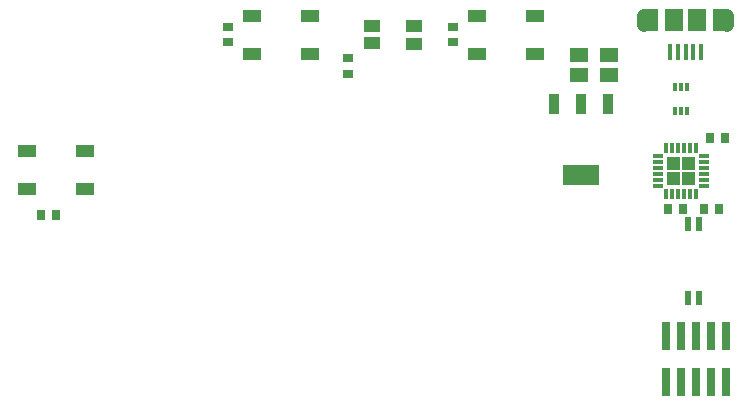
<source format=gbr>
G04 EAGLE Gerber RS-274X export*
G75*
%MOMM*%
%FSLAX34Y34*%
%LPD*%
%INSolderpaste Bottom*%
%IPPOS*%
%AMOC8*
5,1,8,0,0,1.08239X$1,22.5*%
G01*
%ADD10R,1.500000X1.000000*%
%ADD11R,0.900000X0.700000*%
%ADD12R,0.812800X0.304800*%
%ADD13R,0.304800X0.812800*%
%ADD14R,0.700000X0.900000*%
%ADD15R,1.400000X1.050000*%
%ADD16R,1.500000X1.300000*%
%ADD17R,0.406400X1.346200*%
%ADD18R,1.498600X1.905000*%
%ADD19C,1.193800*%
%ADD20R,1.200506X1.905000*%
%ADD21R,0.850800X1.761200*%
%ADD22R,3.150800X1.761200*%
%ADD23R,0.330200X0.762000*%
%ADD24R,0.600000X1.200000*%
%ADD25R,0.762000X2.387600*%

G36*
X579392Y253605D02*
X579392Y253605D01*
X579394Y253604D01*
X579437Y253624D01*
X579481Y253642D01*
X579481Y253644D01*
X579483Y253645D01*
X579516Y253730D01*
X579516Y264684D01*
X579515Y264686D01*
X579516Y264688D01*
X579496Y264731D01*
X579478Y264775D01*
X579476Y264775D01*
X579475Y264777D01*
X579390Y264810D01*
X568436Y264810D01*
X568434Y264809D01*
X568432Y264810D01*
X568389Y264790D01*
X568345Y264772D01*
X568345Y264770D01*
X568343Y264769D01*
X568310Y264684D01*
X568310Y253730D01*
X568311Y253728D01*
X568310Y253726D01*
X568330Y253683D01*
X568348Y253639D01*
X568350Y253639D01*
X568351Y253637D01*
X568436Y253604D01*
X579390Y253604D01*
X579392Y253605D01*
G37*
G36*
X592346Y253605D02*
X592346Y253605D01*
X592348Y253604D01*
X592391Y253624D01*
X592435Y253642D01*
X592435Y253644D01*
X592437Y253645D01*
X592470Y253730D01*
X592470Y264684D01*
X592469Y264686D01*
X592470Y264688D01*
X592450Y264731D01*
X592432Y264775D01*
X592430Y264775D01*
X592429Y264777D01*
X592344Y264810D01*
X581390Y264810D01*
X581388Y264809D01*
X581386Y264810D01*
X581343Y264790D01*
X581299Y264772D01*
X581299Y264770D01*
X581297Y264769D01*
X581264Y264684D01*
X581264Y253730D01*
X581265Y253728D01*
X581264Y253726D01*
X581284Y253683D01*
X581302Y253639D01*
X581304Y253639D01*
X581305Y253637D01*
X581390Y253604D01*
X592344Y253604D01*
X592346Y253605D01*
G37*
G36*
X579392Y240651D02*
X579392Y240651D01*
X579394Y240650D01*
X579437Y240670D01*
X579481Y240688D01*
X579481Y240690D01*
X579483Y240691D01*
X579516Y240776D01*
X579516Y251730D01*
X579515Y251732D01*
X579516Y251734D01*
X579496Y251777D01*
X579478Y251821D01*
X579476Y251821D01*
X579475Y251823D01*
X579390Y251856D01*
X568436Y251856D01*
X568434Y251855D01*
X568432Y251856D01*
X568389Y251836D01*
X568345Y251818D01*
X568345Y251816D01*
X568343Y251815D01*
X568310Y251730D01*
X568310Y240776D01*
X568311Y240774D01*
X568310Y240772D01*
X568330Y240729D01*
X568348Y240685D01*
X568350Y240685D01*
X568351Y240683D01*
X568436Y240650D01*
X579390Y240650D01*
X579392Y240651D01*
G37*
G36*
X592346Y240651D02*
X592346Y240651D01*
X592348Y240650D01*
X592391Y240670D01*
X592435Y240688D01*
X592435Y240690D01*
X592437Y240691D01*
X592470Y240776D01*
X592470Y251730D01*
X592469Y251732D01*
X592470Y251734D01*
X592450Y251777D01*
X592432Y251821D01*
X592430Y251821D01*
X592429Y251823D01*
X592344Y251856D01*
X581390Y251856D01*
X581388Y251855D01*
X581386Y251856D01*
X581343Y251836D01*
X581299Y251818D01*
X581299Y251816D01*
X581297Y251815D01*
X581264Y251730D01*
X581264Y240776D01*
X581265Y240774D01*
X581264Y240772D01*
X581284Y240729D01*
X581302Y240685D01*
X581304Y240685D01*
X581305Y240683D01*
X581390Y240650D01*
X592344Y240650D01*
X592346Y240651D01*
G37*
D10*
X407300Y352300D03*
X407300Y384300D03*
X456300Y384300D03*
X456300Y352300D03*
X216800Y352300D03*
X216800Y384300D03*
X265800Y384300D03*
X265800Y352300D03*
D11*
X387350Y361800D03*
X387350Y374800D03*
X196850Y361800D03*
X196850Y374800D03*
D12*
X600075Y265430D03*
X600075Y260350D03*
X600075Y255270D03*
X600075Y250190D03*
X600075Y245110D03*
X600075Y240030D03*
D13*
X593090Y233045D03*
X588010Y233045D03*
X582930Y233045D03*
X577850Y233045D03*
X572770Y233045D03*
X567690Y233045D03*
D12*
X560705Y240030D03*
X560705Y245110D03*
X560705Y250190D03*
X560705Y255270D03*
X560705Y260350D03*
X560705Y265430D03*
D13*
X567690Y272415D03*
X572770Y272415D03*
X577850Y272415D03*
X582930Y272415D03*
X588010Y272415D03*
X593090Y272415D03*
D11*
X298450Y348130D03*
X298450Y335130D03*
D14*
X604370Y280670D03*
X617370Y280670D03*
D15*
X318550Y361050D03*
X318550Y375800D03*
X354550Y375800D03*
X354550Y360800D03*
D16*
X519430Y334400D03*
X519430Y351400D03*
D17*
X571184Y353422D03*
X577684Y353422D03*
X584184Y353422D03*
X590684Y353422D03*
X597184Y353422D03*
D18*
X574184Y380422D03*
X594184Y380422D03*
D19*
X619184Y383978D02*
X619184Y376866D01*
X549184Y376866D02*
X549184Y383978D01*
D20*
X555184Y380422D03*
X613175Y380422D03*
D21*
X472300Y309650D03*
X495300Y309650D03*
X518300Y309650D03*
D22*
X495300Y249150D03*
D16*
X494030Y334400D03*
X494030Y351400D03*
D23*
X575390Y323977D03*
X580390Y323977D03*
X585390Y323977D03*
X585390Y303403D03*
X580390Y303403D03*
X575390Y303403D03*
D14*
X599290Y220980D03*
X612290Y220980D03*
X581810Y220980D03*
X568810Y220980D03*
D24*
X586050Y208030D03*
X595050Y208030D03*
X586050Y145030D03*
X595050Y145030D03*
D10*
X26300Y238000D03*
X26300Y270000D03*
X75300Y270000D03*
X75300Y238000D03*
D14*
X37950Y215900D03*
X50950Y215900D03*
D25*
X618490Y74030D03*
X618490Y113030D03*
X605790Y74030D03*
X605790Y113030D03*
X593090Y74030D03*
X593090Y113030D03*
X580390Y74030D03*
X580390Y113030D03*
X567690Y74030D03*
X567690Y113030D03*
M02*

</source>
